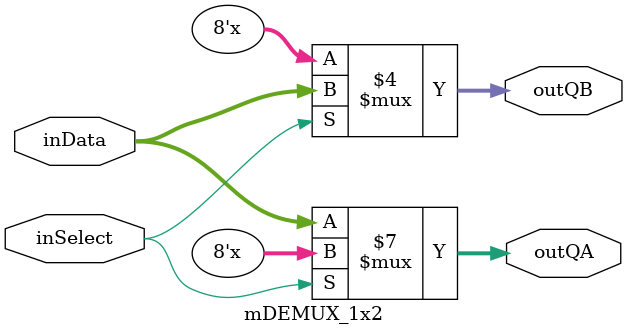
<source format=v>
module mDEMUX_1x2 (input [7:0] inData,
						input inSelect,
						output reg [7:0] outQA,
						output reg [7:0] outQB);

always @ (inSelect)
	if (inSelect == 1'b0)
		begin
			outQA <= inData;
			outQB <= 8'bzzzzzzzz;
		end
	else
		begin
			outQA <= 8'bzzzzzzzz;
			outQB <= inData;
		end
		
endmodule

</source>
